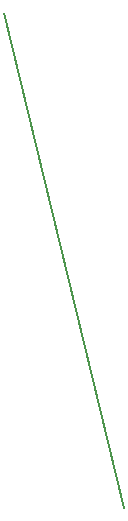
<source format=gbr>
G04 EAGLE Gerber X2 export*
%TF.Part,Single*%
%TF.FileFunction,Copper,L1,Top,Mixed*%
%TF.FilePolarity,Positive*%
%TF.GenerationSoftware,Autodesk,EAGLE,8.7.1*%
%TF.CreationDate,2018-04-24T14:36:58Z*%
G75*
%MOMM*%
%FSLAX34Y34*%
%LPD*%
%AMOC8*
5,1,8,0,0,1.08239X$1,22.5*%
G01*
%ADD10C,0.152400*%


D10*
X0Y0D02*
X-101600Y419100D01*
M02*

</source>
